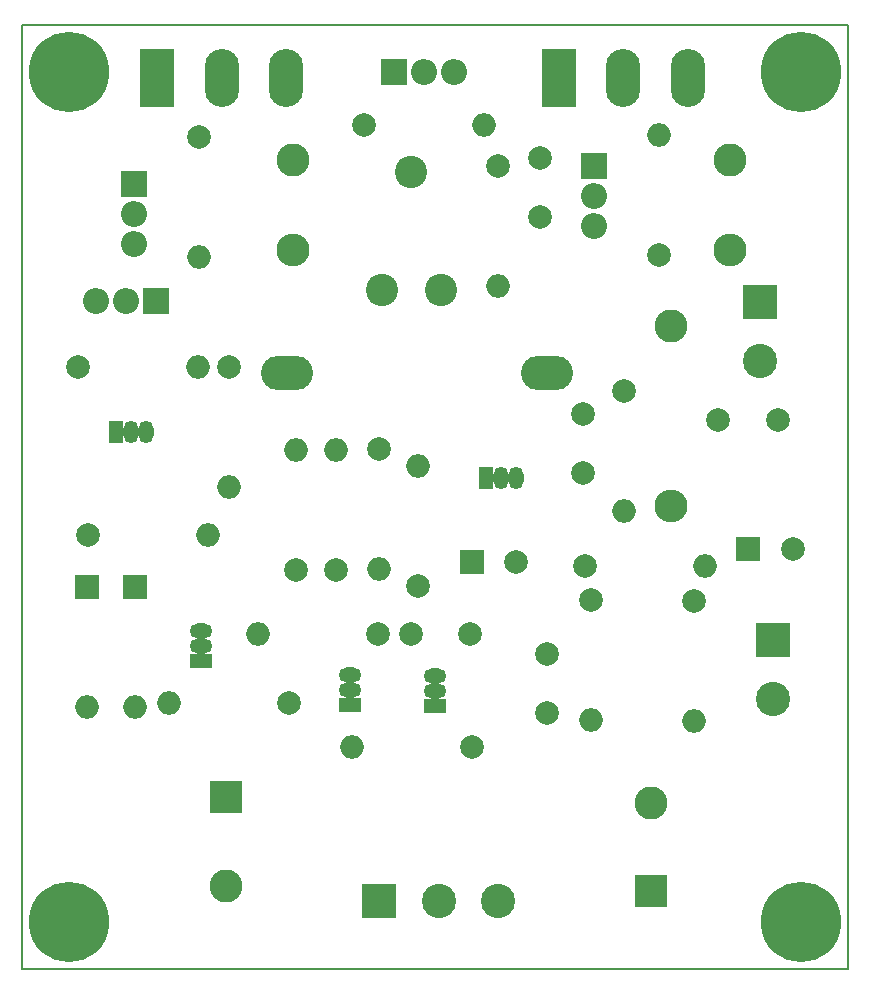
<source format=gts>
G04 #@! TF.FileFunction,Soldermask,Top*
%FSLAX46Y46*%
G04 Gerber Fmt 4.6, Leading zero omitted, Abs format (unit mm)*
G04 Created by KiCad (PCBNEW 4.0.7) date 04/25/20 16:53:01*
%MOMM*%
%LPD*%
G01*
G04 APERTURE LIST*
%ADD10C,0.100000*%
%ADD11C,0.150000*%
%ADD12C,2.740000*%
%ADD13C,2.000000*%
%ADD14O,2.000000X2.000000*%
%ADD15C,6.800000*%
%ADD16C,1.200000*%
%ADD17R,2.000000X2.000000*%
%ADD18R,2.800000X2.800000*%
%ADD19C,2.800000*%
%ADD20O,4.400000X2.900000*%
%ADD21R,2.900000X2.900000*%
%ADD22C,2.900000*%
%ADD23R,2.200000X2.200000*%
%ADD24O,2.200000X2.200000*%
%ADD25R,2.900000X4.900000*%
%ADD26O,2.900000X4.900000*%
%ADD27O,2.800000X2.800000*%
%ADD28O,1.900000X1.300000*%
%ADD29R,1.900000X1.300000*%
%ADD30O,1.300000X1.900000*%
%ADD31R,1.300000X1.900000*%
G04 APERTURE END LIST*
D10*
D11*
X110000000Y-50000000D02*
X110000000Y-130000000D01*
X180000000Y-50000000D02*
X110000000Y-50000000D01*
X180000000Y-130000000D02*
X180000000Y-50000000D01*
X110000000Y-130000000D02*
X180000000Y-130000000D01*
D12*
X140500000Y-72500000D03*
X143000000Y-62500000D03*
X145500000Y-72500000D03*
D13*
X114808000Y-78994000D03*
D14*
X124968000Y-78994000D03*
D15*
X176000000Y-54000000D03*
D16*
X178400000Y-54000000D03*
X177697056Y-55697056D03*
X176000000Y-56400000D03*
X174302944Y-55697056D03*
X173600000Y-54000000D03*
X174302944Y-52302944D03*
X176000000Y-51600000D03*
X177697056Y-52302944D03*
D15*
X176000000Y-126000000D03*
D16*
X178400000Y-126000000D03*
X177697056Y-127697056D03*
X176000000Y-128400000D03*
X174302944Y-127697056D03*
X173600000Y-126000000D03*
X174302944Y-124302944D03*
X176000000Y-123600000D03*
X177697056Y-124302944D03*
D15*
X114000000Y-126000000D03*
D16*
X116400000Y-126000000D03*
X115697056Y-127697056D03*
X114000000Y-128400000D03*
X112302944Y-127697056D03*
X111600000Y-126000000D03*
X112302944Y-124302944D03*
X114000000Y-123600000D03*
X115697056Y-124302944D03*
D15*
X114000000Y-54000000D03*
D16*
X116400000Y-54000000D03*
X115697056Y-55697056D03*
X114000000Y-56400000D03*
X112302944Y-55697056D03*
X111600000Y-54000000D03*
X112302944Y-52302944D03*
X114000000Y-51600000D03*
X115697056Y-52302944D03*
D17*
X171500000Y-94400000D03*
D13*
X175300000Y-94400000D03*
X154500000Y-103300000D03*
X154500000Y-108300000D03*
X148000000Y-101600000D03*
X143000000Y-101600000D03*
X157500000Y-83000000D03*
X157500000Y-88000000D03*
X153924000Y-66294000D03*
X153924000Y-61294000D03*
X169000000Y-83500000D03*
X174000000Y-83500000D03*
D17*
X148100000Y-95500000D03*
D13*
X151900000Y-95500000D03*
D18*
X127300000Y-115400000D03*
D19*
X127300000Y-122900000D03*
D18*
X163300000Y-123400000D03*
D19*
X163300000Y-115900000D03*
D17*
X115500000Y-97625000D03*
D14*
X115500000Y-107785000D03*
D17*
X119600000Y-97600000D03*
D14*
X119600000Y-107760000D03*
D20*
X132500000Y-79500000D03*
X154500000Y-79500000D03*
D21*
X173600000Y-102100000D03*
D22*
X173600000Y-107100000D03*
D21*
X172500000Y-73500000D03*
D22*
X172500000Y-78500000D03*
X150300000Y-124200000D03*
D21*
X140300000Y-124200000D03*
D22*
X145300000Y-124200000D03*
D23*
X121412000Y-73406000D03*
D24*
X118872000Y-73406000D03*
X116332000Y-73406000D03*
D23*
X141500000Y-54000000D03*
D24*
X144040000Y-54000000D03*
X146580000Y-54000000D03*
D23*
X119500000Y-63500000D03*
D24*
X119500000Y-66040000D03*
X119500000Y-68580000D03*
D23*
X158496000Y-61976000D03*
D24*
X158496000Y-64516000D03*
X158496000Y-67056000D03*
D25*
X121500000Y-54500000D03*
D26*
X126950000Y-54500000D03*
X132400000Y-54500000D03*
D25*
X155500000Y-54500000D03*
D26*
X160950000Y-54500000D03*
X166400000Y-54500000D03*
D13*
X166900000Y-98800000D03*
D14*
X166900000Y-108960000D03*
D13*
X157700000Y-95800000D03*
D14*
X167860000Y-95800000D03*
D13*
X158200000Y-98700000D03*
D14*
X158200000Y-108860000D03*
D13*
X148100000Y-111200000D03*
D14*
X137940000Y-111200000D03*
D13*
X132600000Y-107400000D03*
D14*
X122440000Y-107400000D03*
D13*
X140200000Y-101600000D03*
D14*
X130040000Y-101600000D03*
D13*
X115600000Y-93200000D03*
D14*
X125760000Y-93200000D03*
D13*
X140300000Y-85900000D03*
D14*
X140300000Y-96060000D03*
D13*
X127600000Y-79000000D03*
D14*
X127600000Y-89160000D03*
D13*
X139000000Y-58500000D03*
D14*
X149160000Y-58500000D03*
D13*
X150368000Y-61976000D03*
D14*
X150368000Y-72136000D03*
D13*
X161000000Y-81000000D03*
D14*
X161000000Y-91160000D03*
D13*
X125000000Y-59500000D03*
D14*
X125000000Y-69660000D03*
D13*
X164000000Y-69500000D03*
D14*
X164000000Y-59340000D03*
D19*
X133000000Y-61500000D03*
D27*
X133000000Y-69120000D03*
D19*
X170000000Y-61500000D03*
D27*
X170000000Y-69120000D03*
D13*
X133200000Y-96200000D03*
D14*
X133200000Y-86040000D03*
D13*
X136600000Y-96200000D03*
D14*
X136600000Y-86040000D03*
D19*
X165000000Y-75500000D03*
D27*
X165000000Y-90740000D03*
D13*
X143600000Y-97500000D03*
D14*
X143600000Y-87340000D03*
D28*
X145000000Y-106430000D03*
X145000000Y-105160000D03*
D29*
X145000000Y-107700000D03*
D28*
X125222000Y-102616000D03*
X125222000Y-101346000D03*
D29*
X125222000Y-103886000D03*
D28*
X137800000Y-106330000D03*
X137800000Y-105060000D03*
D29*
X137800000Y-107600000D03*
D30*
X150622000Y-88392000D03*
X151892000Y-88392000D03*
D31*
X149352000Y-88392000D03*
D30*
X119270000Y-84500000D03*
X120540000Y-84500000D03*
D31*
X118000000Y-84500000D03*
M02*

</source>
